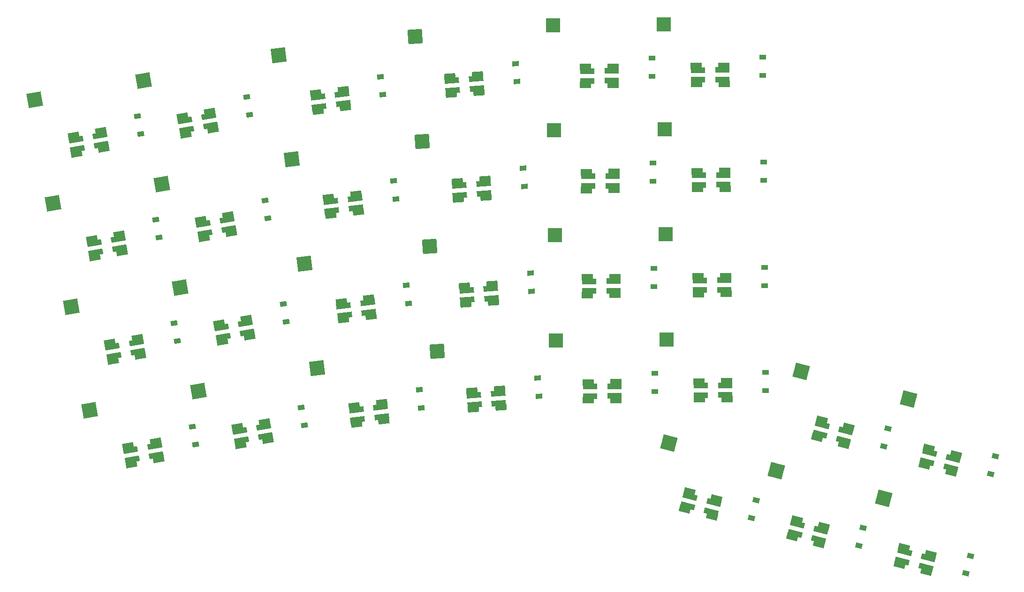
<source format=gbr>
%TF.GenerationSoftware,KiCad,Pcbnew,7.0.10-7.0.10~ubuntu22.04.1*%
%TF.CreationDate,2024-02-29T23:27:09-07:00*%
%TF.ProjectId,boardPcb,626f6172-6450-4636-922e-6b696361645f,v1.0.0*%
%TF.SameCoordinates,Original*%
%TF.FileFunction,Paste,Top*%
%TF.FilePolarity,Positive*%
%FSLAX46Y46*%
G04 Gerber Fmt 4.6, Leading zero omitted, Abs format (unit mm)*
G04 Created by KiCad (PCBNEW 7.0.10-7.0.10~ubuntu22.04.1) date 2024-02-29 23:27:09*
%MOMM*%
%LPD*%
G01*
G04 APERTURE LIST*
G04 Aperture macros list*
%AMRotRect*
0 Rectangle, with rotation*
0 The origin of the aperture is its center*
0 $1 length*
0 $2 width*
0 $3 Rotation angle, in degrees counterclockwise*
0 Add horizontal line*
21,1,$1,$2,0,0,$3*%
G04 Aperture macros list end*
%ADD10RotRect,0.900000X1.200000X90.500000*%
%ADD11RotRect,0.900000X1.200000X100.000000*%
%ADD12RotRect,0.900000X1.200000X94.000000*%
%ADD13RotRect,2.600000X1.000000X0.500000*%
%ADD14RotRect,2.000000X1.200000X0.500000*%
%ADD15RotRect,0.900000X1.200000X75.500000*%
%ADD16RotRect,2.600000X2.600000X7.000000*%
%ADD17RotRect,2.600000X2.600000X0.500000*%
%ADD18RotRect,0.900000X1.200000X97.000000*%
%ADD19RotRect,2.600000X1.000000X345.500000*%
%ADD20RotRect,2.000000X1.200000X345.500000*%
%ADD21RotRect,2.600000X1.000000X10.000000*%
%ADD22RotRect,2.000000X1.200000X10.000000*%
%ADD23RotRect,2.600000X2.600000X10.000000*%
%ADD24RotRect,2.600000X1.000000X4.000000*%
%ADD25RotRect,2.000000X1.200000X4.000000*%
%ADD26RotRect,2.600000X2.600000X4.000000*%
%ADD27RotRect,2.600000X1.000000X7.000000*%
%ADD28RotRect,2.000000X1.200000X7.000000*%
%ADD29RotRect,2.600000X2.600000X345.500000*%
G04 APERTURE END LIST*
D10*
%TO.C,D17*%
X226282492Y-172954564D03*
X226253694Y-169654690D03*
%TD*%
D11*
%TO.C,D3*%
X136774917Y-145103737D03*
X136201879Y-141853871D03*
%TD*%
D12*
%TO.C,D15*%
X202720875Y-135899283D03*
X202490679Y-132607321D03*
%TD*%
D13*
%TO.C,LED50*%
X234573231Y-171857173D03*
X234588502Y-173607106D03*
X238988335Y-173568709D03*
X238973064Y-171818776D03*
D14*
X234266916Y-171134818D03*
X234294841Y-174334696D03*
X239294650Y-174291064D03*
X239266725Y-171091186D03*
%TD*%
D10*
%TO.C,D22*%
X246115926Y-153780756D03*
X246087128Y-150480882D03*
%TD*%
D15*
%TO.C,D28*%
X267584479Y-182860780D03*
X268410733Y-179665892D03*
%TD*%
D11*
%TO.C,D6*%
X159770388Y-160342121D03*
X159197350Y-157092255D03*
%TD*%
D16*
%TO.C,S12*%
X158417335Y-112137398D03*
%TD*%
D10*
%TO.C,D23*%
X245950122Y-134781480D03*
X245921324Y-131481606D03*
%TD*%
%TO.C,D21*%
X246281730Y-172780033D03*
X246252932Y-169480159D03*
%TD*%
D17*
%TO.C,S18*%
X208260335Y-144710760D03*
%TD*%
D15*
%TO.C,D29*%
X286947432Y-187868380D03*
X287773686Y-184673492D03*
%TD*%
D17*
%TO.C,S17*%
X208426139Y-163710036D03*
%TD*%
D18*
%TO.C,D12*%
X177205414Y-119301104D03*
X176803246Y-116025702D03*
%TD*%
D19*
%TO.C,LED56*%
X271385870Y-201904018D03*
X270947705Y-203598276D03*
X275207554Y-204699948D03*
X275645719Y-203005690D03*
D20*
X271276951Y-201126997D03*
X270475735Y-204225069D03*
X275316473Y-205476969D03*
X276117689Y-202378897D03*
%TD*%
D21*
%TO.C,LED32*%
X125074678Y-146125992D03*
X125378562Y-147849406D03*
X129711716Y-147085354D03*
X129407832Y-145361940D03*
D22*
X124653341Y-145464101D03*
X125209015Y-148615486D03*
X130133053Y-147747245D03*
X129577379Y-144595860D03*
%TD*%
D11*
%TO.C,D2*%
X140074233Y-163815084D03*
X139501195Y-160565218D03*
%TD*%
D21*
%TO.C,LED37*%
X141471518Y-123941681D03*
X141775402Y-125665095D03*
X146108556Y-124901043D03*
X145804672Y-123177629D03*
D22*
X141050181Y-123279790D03*
X141605855Y-126431175D03*
X146529893Y-125562934D03*
X145974219Y-122411549D03*
%TD*%
D23*
%TO.C,S4*%
X114338352Y-120221793D03*
%TD*%
D24*
%TO.C,LED44*%
X190977875Y-135692930D03*
X191099949Y-137438667D03*
X195489231Y-137131738D03*
X195367157Y-135386001D03*
D25*
X190628033Y-134990623D03*
X190851253Y-138182828D03*
X195839073Y-137834045D03*
X195615853Y-134641840D03*
%TD*%
D21*
%TO.C,LED36*%
X144770833Y-142653029D03*
X145074717Y-144376443D03*
X149407871Y-143612391D03*
X149103987Y-141888977D03*
D22*
X144349496Y-141991138D03*
X144905170Y-145142523D03*
X149829208Y-144274282D03*
X149273534Y-141122897D03*
%TD*%
D13*
%TO.C,LED48*%
X214242384Y-134033151D03*
X214257655Y-135783084D03*
X218657488Y-135744687D03*
X218642217Y-133994754D03*
D14*
X213936069Y-133310796D03*
X213963994Y-136510674D03*
X218963803Y-136467042D03*
X218935878Y-133267164D03*
%TD*%
D16*
%TO.C,S11*%
X160732853Y-130995775D03*
%TD*%
D10*
%TO.C,D19*%
X225950883Y-134956011D03*
X225922085Y-131656137D03*
%TD*%
D19*
%TO.C,LED57*%
X256513791Y-178938982D03*
X256075626Y-180633240D03*
X260335475Y-181734912D03*
X260773640Y-180040654D03*
D20*
X256404872Y-178161961D03*
X255603656Y-181260033D03*
X260444394Y-182511933D03*
X261245610Y-179413861D03*
%TD*%
D26*
%TO.C,S15*%
X184333464Y-127762102D03*
%TD*%
D15*
%TO.C,D25*%
X243730652Y-195810615D03*
X244556906Y-192615727D03*
%TD*%
D17*
%TO.C,S19*%
X208094531Y-125711483D03*
%TD*%
%TO.C,S23*%
X228093769Y-125536952D03*
%TD*%
D15*
%TO.C,D26*%
X263093605Y-200818215D03*
X263919859Y-197623327D03*
%TD*%
D17*
%TO.C,S24*%
X227927965Y-106537676D03*
%TD*%
D27*
%TO.C,LED40*%
X167783226Y-138567993D03*
X167996497Y-140304948D03*
X172363700Y-139768723D03*
X172150429Y-138031768D03*
D28*
X167397107Y-137884958D03*
X167787089Y-141061105D03*
X172749819Y-140451758D03*
X172359837Y-137275611D03*
%TD*%
D23*
%TO.C,S5*%
X143932453Y-172882872D03*
%TD*%
D29*
%TO.C,S29*%
X272092179Y-174317287D03*
%TD*%
%TO.C,S28*%
X252729226Y-169309687D03*
%TD*%
D23*
%TO.C,S2*%
X120936982Y-157644488D03*
%TD*%
D21*
%TO.C,LED30*%
X131673309Y-183548687D03*
X131977193Y-185272101D03*
X136310347Y-184508049D03*
X136006463Y-182784635D03*
D22*
X131251972Y-182886796D03*
X131807646Y-186038181D03*
X136731684Y-185169940D03*
X136176010Y-182018555D03*
%TD*%
D21*
%TO.C,LED35*%
X148070148Y-161364376D03*
X148374032Y-163087790D03*
X152707186Y-162323738D03*
X152403302Y-160600324D03*
D22*
X147648811Y-160702485D03*
X148204485Y-163853870D03*
X153128523Y-162985629D03*
X152572849Y-159834244D03*
%TD*%
D19*
%TO.C,LED58*%
X275876744Y-183946582D03*
X275438579Y-185640840D03*
X279698428Y-186742512D03*
X280136593Y-185048254D03*
D20*
X275767825Y-183169561D03*
X274966609Y-186267633D03*
X279807347Y-187519533D03*
X280608563Y-184421461D03*
%TD*%
D11*
%TO.C,D1*%
X143373548Y-182526431D03*
X142800510Y-179276565D03*
%TD*%
D13*
%TO.C,LED53*%
X234075818Y-114859343D03*
X234091089Y-116609276D03*
X238490922Y-116570879D03*
X238475651Y-114820946D03*
D14*
X233769503Y-114136988D03*
X233797428Y-117336866D03*
X238797237Y-117293234D03*
X238769312Y-114093356D03*
%TD*%
D19*
%TO.C,LED54*%
X232659964Y-191888818D03*
X232221799Y-193583076D03*
X236481648Y-194684748D03*
X236919813Y-192990490D03*
D20*
X232551045Y-191111797D03*
X231749829Y-194209869D03*
X236590567Y-195461769D03*
X237391783Y-192363697D03*
%TD*%
D23*
%TO.C,S1*%
X124236298Y-176355835D03*
%TD*%
D12*
%TO.C,D13*%
X205371621Y-173806717D03*
X205141425Y-170514755D03*
%TD*%
D29*
%TO.C,S27*%
X267601305Y-192274723D03*
%TD*%
D21*
%TO.C,LED31*%
X128373993Y-164837339D03*
X128677877Y-166560753D03*
X133011031Y-165796701D03*
X132707147Y-164073287D03*
D22*
X127952656Y-164175448D03*
X128508330Y-167326833D03*
X133432368Y-166458592D03*
X132876694Y-163307207D03*
%TD*%
D26*
%TO.C,S16*%
X183008091Y-108808385D03*
%TD*%
D23*
%TO.C,S8*%
X134034507Y-116748830D03*
%TD*%
D27*
%TO.C,LED41*%
X165467709Y-119709616D03*
X165680980Y-121446571D03*
X170048183Y-120910346D03*
X169834912Y-119173391D03*
D28*
X165081590Y-119026581D03*
X165471572Y-122202728D03*
X170434302Y-121593381D03*
X170044320Y-118417234D03*
%TD*%
D10*
%TO.C,D20*%
X225785079Y-115956734D03*
X225756281Y-112656860D03*
%TD*%
D12*
%TO.C,D14*%
X204046248Y-154853000D03*
X203816052Y-151561038D03*
%TD*%
D13*
%TO.C,LED51*%
X234407426Y-152857896D03*
X234422697Y-154607829D03*
X238822530Y-154569432D03*
X238807259Y-152819499D03*
D14*
X234101111Y-152135541D03*
X234129036Y-155335419D03*
X239128845Y-155291787D03*
X239100920Y-152091909D03*
%TD*%
D23*
%TO.C,S3*%
X117637667Y-138933141D03*
%TD*%
D29*
%TO.C,S26*%
X248238352Y-187267123D03*
%TD*%
D23*
%TO.C,S6*%
X140633137Y-154171524D03*
%TD*%
D26*
%TO.C,S13*%
X186984210Y-165669536D03*
%TD*%
D21*
%TO.C,LED34*%
X151369464Y-180075723D03*
X151673348Y-181799137D03*
X156006502Y-181035085D03*
X155702618Y-179311671D03*
D22*
X150948127Y-179413832D03*
X151503801Y-182565217D03*
X156427839Y-181696976D03*
X155872165Y-178545591D03*
%TD*%
D17*
%TO.C,S22*%
X228259574Y-144536229D03*
%TD*%
D27*
%TO.C,LED39*%
X170098744Y-157426370D03*
X170312015Y-159163325D03*
X174679218Y-158627100D03*
X174465947Y-156890145D03*
D28*
X169712625Y-156743335D03*
X170102607Y-159919482D03*
X175065337Y-159310135D03*
X174675355Y-156133988D03*
%TD*%
D24*
%TO.C,LED43*%
X192303248Y-154646647D03*
X192425322Y-156392384D03*
X196814604Y-156085455D03*
X196692530Y-154339718D03*
D25*
X191953406Y-153944340D03*
X192176626Y-157136545D03*
X197164446Y-156787762D03*
X196941226Y-153595557D03*
%TD*%
D11*
%TO.C,D8*%
X153171757Y-122919426D03*
X152598719Y-119669560D03*
%TD*%
D13*
%TO.C,LED47*%
X214408188Y-153032427D03*
X214423459Y-154782360D03*
X218823292Y-154743963D03*
X218808021Y-152994030D03*
D14*
X214101873Y-152310072D03*
X214129798Y-155509950D03*
X219129607Y-155466318D03*
X219101682Y-152266440D03*
%TD*%
D24*
%TO.C,LED42*%
X193628621Y-173600364D03*
X193750695Y-175346101D03*
X198139977Y-175039172D03*
X198017903Y-173293435D03*
D25*
X193278779Y-172898057D03*
X193501999Y-176090262D03*
X198489819Y-175741479D03*
X198266599Y-172549274D03*
%TD*%
D17*
%TO.C,S20*%
X207928727Y-106712207D03*
%TD*%
D13*
%TO.C,LED49*%
X214076580Y-115033874D03*
X214091851Y-116783807D03*
X218491684Y-116745410D03*
X218476413Y-114995477D03*
D14*
X213770265Y-114311519D03*
X213798190Y-117511397D03*
X218797999Y-117467765D03*
X218770074Y-114267887D03*
%TD*%
D11*
%TO.C,D7*%
X156471072Y-141630773D03*
X155898034Y-138380907D03*
%TD*%
D13*
%TO.C,LED46*%
X214573992Y-172031704D03*
X214589263Y-173781637D03*
X218989096Y-173743240D03*
X218973825Y-171993307D03*
D14*
X214267677Y-171309349D03*
X214295602Y-174509227D03*
X219295411Y-174465595D03*
X219267486Y-171265717D03*
%TD*%
D17*
%TO.C,S21*%
X228425378Y-163535505D03*
%TD*%
D19*
%TO.C,LED55*%
X252022917Y-196896418D03*
X251584752Y-198590676D03*
X255844601Y-199692348D03*
X256282766Y-197998090D03*
D20*
X251913998Y-196119397D03*
X251112782Y-199217469D03*
X255953520Y-200469369D03*
X256754736Y-197371297D03*
%TD*%
D24*
%TO.C,LED45*%
X189652502Y-116739213D03*
X189774576Y-118484950D03*
X194163858Y-118178021D03*
X194041784Y-116432284D03*
D25*
X189302660Y-116036906D03*
X189525880Y-119229111D03*
X194513700Y-118880328D03*
X194290480Y-115688123D03*
%TD*%
D15*
%TO.C,D27*%
X282456558Y-205825815D03*
X283282812Y-202630927D03*
%TD*%
D18*
%TO.C,D9*%
X184151967Y-175876235D03*
X183749799Y-172600833D03*
%TD*%
D23*
%TO.C,S7*%
X137333822Y-135460177D03*
%TD*%
D29*
%TO.C,S25*%
X228875399Y-182259523D03*
%TD*%
D26*
%TO.C,S14*%
X185658837Y-146715819D03*
%TD*%
D12*
%TO.C,D16*%
X201395502Y-116945566D03*
X201165306Y-113653604D03*
%TD*%
D10*
%TO.C,D18*%
X226116688Y-153955287D03*
X226087890Y-150655413D03*
%TD*%
%TO.C,D24*%
X245784318Y-115782203D03*
X245755520Y-112482329D03*
%TD*%
D21*
%TO.C,LED33*%
X121775363Y-127414645D03*
X122079247Y-129138059D03*
X126412401Y-128374007D03*
X126108517Y-126650593D03*
D22*
X121354026Y-126752754D03*
X121909700Y-129904139D03*
X126833738Y-129035898D03*
X126278064Y-125884513D03*
%TD*%
D11*
%TO.C,D4*%
X133475602Y-126392390D03*
X132902564Y-123142524D03*
%TD*%
D16*
%TO.C,S10*%
X163048370Y-149854152D03*
%TD*%
D11*
%TO.C,D5*%
X163069703Y-179053468D03*
X162496665Y-175803602D03*
%TD*%
D18*
%TO.C,D11*%
X179520932Y-138159481D03*
X179118764Y-134884079D03*
%TD*%
D16*
%TO.C,S9*%
X165363888Y-168712529D03*
%TD*%
D13*
%TO.C,LED52*%
X234241622Y-133858620D03*
X234256893Y-135608553D03*
X238656726Y-135570156D03*
X238641455Y-133820223D03*
D14*
X233935307Y-133136265D03*
X233963232Y-136336143D03*
X238963041Y-136292511D03*
X238935116Y-133092633D03*
%TD*%
D27*
%TO.C,LED38*%
X172414261Y-176284747D03*
X172627532Y-178021702D03*
X176994735Y-177485477D03*
X176781464Y-175748522D03*
D28*
X172028142Y-175601712D03*
X172418124Y-178777859D03*
X177380854Y-178168512D03*
X176990872Y-174992365D03*
%TD*%
D18*
%TO.C,D10*%
X181836449Y-157017858D03*
X181434281Y-153742456D03*
%TD*%
M02*

</source>
